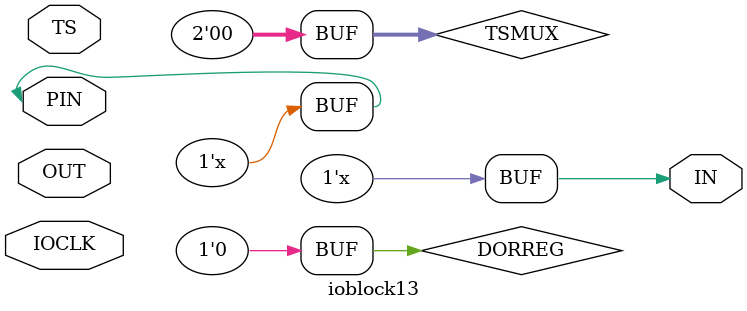
<source format=v>
module ioblock13(
	       inout  PIN,
	       input  TS,
	       input  OUT,
	       output IN,
	       input IOCLK
	       );
   
   reg 		     D;
   reg [2-1:0] 	     TSMUX;
   reg 		     DORREG;

   assign PIN = ( TSMUX == 2'b00 ) ? 1'bz : (( TSMUX == 2'b01 && TS == 1'b1 ) ? OUT : (( TSMUX == 2'b01 && TS == 1'b0 ) ? 1'bz : OUT));
   assign IN  = ( DORREG == 1'b0 ) ? PIN  : D;
   
   initial
     begin
	D=1'b0;
	TSMUX=2'b00;
	DORREG=1'b0;
     end
   
   always @(posedge IOCLK) D=PIN;
   
endmodule       

</source>
